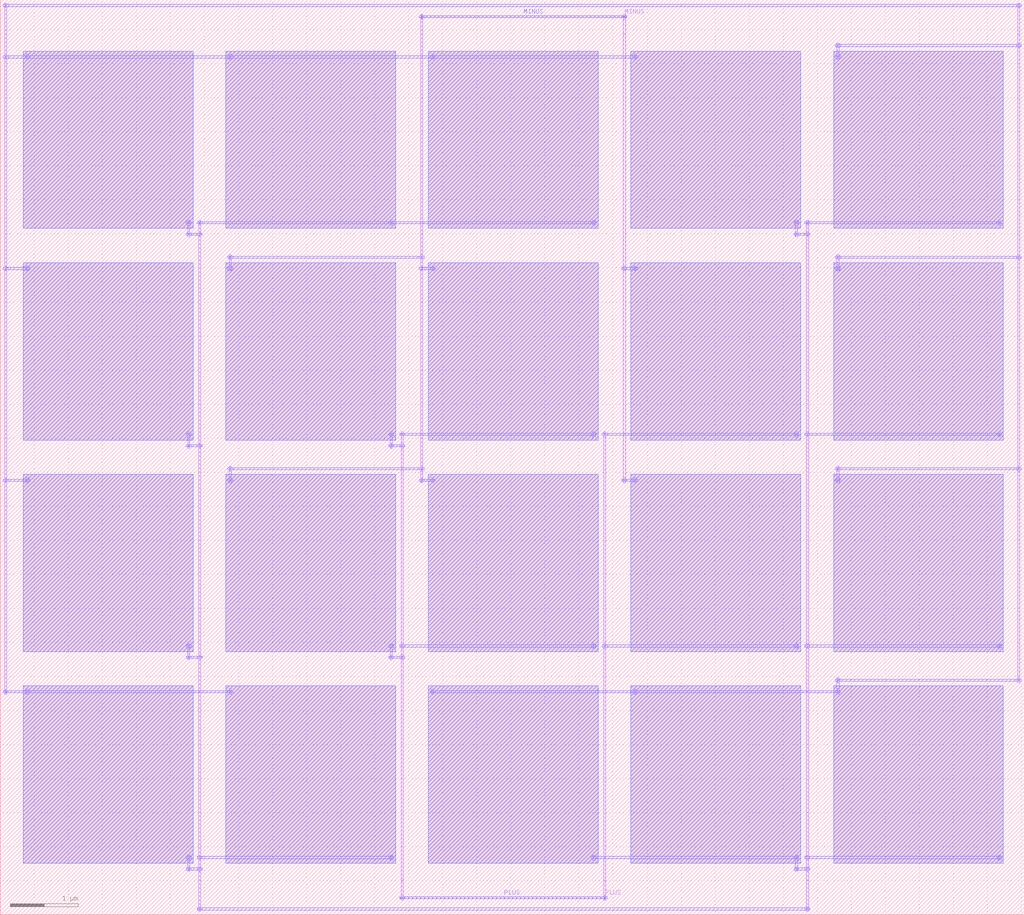
<source format=lef>
MACRO Cap_60fF
  ORIGIN 0 0 ;
  FOREIGN Cap_60fF 0 0 ;
  SIZE 15.04 BY 13.44 ;
  PIN MINUS
    DIRECTION INOUT ;
    USE SIGNAL ;
    PORT 
      LAYER M1 ;
        RECT 6.176 13.152 6.208 13.224 ;
      LAYER M2 ;
        RECT 6.156 13.172 6.228 13.204 ;
      LAYER M1 ;
        RECT 9.152 13.152 9.184 13.224 ;
      LAYER M2 ;
        RECT 9.132 13.172 9.204 13.204 ;
      LAYER M2 ;
        RECT 6.192 13.172 9.168 13.204 ;
    END
  END MINUS
  PIN PLUS
    DIRECTION INOUT ;
    USE SIGNAL ;
    PORT 
      LAYER M1 ;
        RECT 5.888 0.216 5.92 0.288 ;
      LAYER M2 ;
        RECT 5.868 0.236 5.94 0.268 ;
      LAYER M1 ;
        RECT 8.864 0.216 8.896 0.288 ;
      LAYER M2 ;
        RECT 8.844 0.236 8.916 0.268 ;
      LAYER M2 ;
        RECT 5.904 0.236 8.88 0.268 ;
    END
  END PLUS
  OBS 
  LAYER M1 ;
        RECT 8.704 3.912 8.736 3.984 ;
  LAYER M2 ;
        RECT 8.684 3.932 8.756 3.964 ;
  LAYER M2 ;
        RECT 5.904 3.932 8.72 3.964 ;
  LAYER M1 ;
        RECT 5.888 3.912 5.92 3.984 ;
  LAYER M2 ;
        RECT 5.868 3.932 5.94 3.964 ;
  LAYER M1 ;
        RECT 8.704 7.02 8.736 7.092 ;
  LAYER M2 ;
        RECT 8.684 7.04 8.756 7.072 ;
  LAYER M2 ;
        RECT 5.904 7.04 8.72 7.072 ;
  LAYER M1 ;
        RECT 5.888 7.02 5.92 7.092 ;
  LAYER M2 ;
        RECT 5.868 7.04 5.94 7.072 ;
  LAYER M1 ;
        RECT 5.728 3.912 5.76 3.984 ;
  LAYER M2 ;
        RECT 5.708 3.932 5.78 3.964 ;
  LAYER M1 ;
        RECT 5.728 3.78 5.76 3.948 ;
  LAYER M1 ;
        RECT 5.728 3.744 5.76 3.816 ;
  LAYER M2 ;
        RECT 5.708 3.764 5.78 3.796 ;
  LAYER M2 ;
        RECT 5.744 3.764 5.904 3.796 ;
  LAYER M1 ;
        RECT 5.888 3.744 5.92 3.816 ;
  LAYER M2 ;
        RECT 5.868 3.764 5.94 3.796 ;
  LAYER M1 ;
        RECT 5.728 7.02 5.76 7.092 ;
  LAYER M2 ;
        RECT 5.708 7.04 5.78 7.072 ;
  LAYER M1 ;
        RECT 5.728 6.888 5.76 7.056 ;
  LAYER M1 ;
        RECT 5.728 6.852 5.76 6.924 ;
  LAYER M2 ;
        RECT 5.708 6.872 5.78 6.904 ;
  LAYER M2 ;
        RECT 5.744 6.872 5.904 6.904 ;
  LAYER M1 ;
        RECT 5.888 6.852 5.92 6.924 ;
  LAYER M2 ;
        RECT 5.868 6.872 5.94 6.904 ;
  LAYER M1 ;
        RECT 5.888 0.216 5.92 0.288 ;
  LAYER M2 ;
        RECT 5.868 0.236 5.94 0.268 ;
  LAYER M1 ;
        RECT 5.888 0.252 5.92 0.504 ;
  LAYER M1 ;
        RECT 5.888 0.504 5.92 7.056 ;
  LAYER M1 ;
        RECT 11.68 7.02 11.712 7.092 ;
  LAYER M2 ;
        RECT 11.66 7.04 11.732 7.072 ;
  LAYER M2 ;
        RECT 8.88 7.04 11.696 7.072 ;
  LAYER M1 ;
        RECT 8.864 7.02 8.896 7.092 ;
  LAYER M2 ;
        RECT 8.844 7.04 8.916 7.072 ;
  LAYER M1 ;
        RECT 11.68 3.912 11.712 3.984 ;
  LAYER M2 ;
        RECT 11.66 3.932 11.732 3.964 ;
  LAYER M2 ;
        RECT 8.88 3.932 11.696 3.964 ;
  LAYER M1 ;
        RECT 8.864 3.912 8.896 3.984 ;
  LAYER M2 ;
        RECT 8.844 3.932 8.916 3.964 ;
  LAYER M1 ;
        RECT 8.864 0.216 8.896 0.288 ;
  LAYER M2 ;
        RECT 8.844 0.236 8.916 0.268 ;
  LAYER M1 ;
        RECT 8.864 0.252 8.896 0.504 ;
  LAYER M1 ;
        RECT 8.864 0.504 8.896 7.056 ;
  LAYER M2 ;
        RECT 5.904 0.236 8.88 0.268 ;
  LAYER M1 ;
        RECT 2.752 0.804 2.784 0.876 ;
  LAYER M2 ;
        RECT 2.732 0.824 2.804 0.856 ;
  LAYER M1 ;
        RECT 2.752 0.672 2.784 0.84 ;
  LAYER M1 ;
        RECT 2.752 0.636 2.784 0.708 ;
  LAYER M2 ;
        RECT 2.732 0.656 2.804 0.688 ;
  LAYER M2 ;
        RECT 2.768 0.656 2.928 0.688 ;
  LAYER M1 ;
        RECT 2.912 0.636 2.944 0.708 ;
  LAYER M2 ;
        RECT 2.892 0.656 2.964 0.688 ;
  LAYER M1 ;
        RECT 2.752 3.912 2.784 3.984 ;
  LAYER M2 ;
        RECT 2.732 3.932 2.804 3.964 ;
  LAYER M1 ;
        RECT 2.752 3.78 2.784 3.948 ;
  LAYER M1 ;
        RECT 2.752 3.744 2.784 3.816 ;
  LAYER M2 ;
        RECT 2.732 3.764 2.804 3.796 ;
  LAYER M2 ;
        RECT 2.768 3.764 2.928 3.796 ;
  LAYER M1 ;
        RECT 2.912 3.744 2.944 3.816 ;
  LAYER M2 ;
        RECT 2.892 3.764 2.964 3.796 ;
  LAYER M1 ;
        RECT 2.752 7.02 2.784 7.092 ;
  LAYER M2 ;
        RECT 2.732 7.04 2.804 7.072 ;
  LAYER M1 ;
        RECT 2.752 6.888 2.784 7.056 ;
  LAYER M1 ;
        RECT 2.752 6.852 2.784 6.924 ;
  LAYER M2 ;
        RECT 2.732 6.872 2.804 6.904 ;
  LAYER M2 ;
        RECT 2.768 6.872 2.928 6.904 ;
  LAYER M1 ;
        RECT 2.912 6.852 2.944 6.924 ;
  LAYER M2 ;
        RECT 2.892 6.872 2.964 6.904 ;
  LAYER M1 ;
        RECT 2.752 10.128 2.784 10.2 ;
  LAYER M2 ;
        RECT 2.732 10.148 2.804 10.18 ;
  LAYER M1 ;
        RECT 2.752 9.996 2.784 10.164 ;
  LAYER M1 ;
        RECT 2.752 9.96 2.784 10.032 ;
  LAYER M2 ;
        RECT 2.732 9.98 2.804 10.012 ;
  LAYER M2 ;
        RECT 2.768 9.98 2.928 10.012 ;
  LAYER M1 ;
        RECT 2.912 9.96 2.944 10.032 ;
  LAYER M2 ;
        RECT 2.892 9.98 2.964 10.012 ;
  LAYER M1 ;
        RECT 5.728 0.804 5.76 0.876 ;
  LAYER M2 ;
        RECT 5.708 0.824 5.78 0.856 ;
  LAYER M2 ;
        RECT 2.928 0.824 5.744 0.856 ;
  LAYER M1 ;
        RECT 2.912 0.804 2.944 0.876 ;
  LAYER M2 ;
        RECT 2.892 0.824 2.964 0.856 ;
  LAYER M1 ;
        RECT 5.728 10.128 5.76 10.2 ;
  LAYER M2 ;
        RECT 5.708 10.148 5.78 10.18 ;
  LAYER M2 ;
        RECT 2.928 10.148 5.744 10.18 ;
  LAYER M1 ;
        RECT 2.912 10.128 2.944 10.2 ;
  LAYER M2 ;
        RECT 2.892 10.148 2.964 10.18 ;
  LAYER M1 ;
        RECT 2.912 0.048 2.944 0.12 ;
  LAYER M2 ;
        RECT 2.892 0.068 2.964 0.1 ;
  LAYER M1 ;
        RECT 2.912 0.084 2.944 0.504 ;
  LAYER M1 ;
        RECT 2.912 0.504 2.944 10.164 ;
  LAYER M1 ;
        RECT 11.68 0.804 11.712 0.876 ;
  LAYER M2 ;
        RECT 11.66 0.824 11.732 0.856 ;
  LAYER M1 ;
        RECT 11.68 0.672 11.712 0.84 ;
  LAYER M1 ;
        RECT 11.68 0.636 11.712 0.708 ;
  LAYER M2 ;
        RECT 11.66 0.656 11.732 0.688 ;
  LAYER M2 ;
        RECT 11.696 0.656 11.856 0.688 ;
  LAYER M1 ;
        RECT 11.84 0.636 11.872 0.708 ;
  LAYER M2 ;
        RECT 11.82 0.656 11.892 0.688 ;
  LAYER M1 ;
        RECT 11.68 10.128 11.712 10.2 ;
  LAYER M2 ;
        RECT 11.66 10.148 11.732 10.18 ;
  LAYER M1 ;
        RECT 11.68 9.996 11.712 10.164 ;
  LAYER M1 ;
        RECT 11.68 9.96 11.712 10.032 ;
  LAYER M2 ;
        RECT 11.66 9.98 11.732 10.012 ;
  LAYER M2 ;
        RECT 11.696 9.98 11.856 10.012 ;
  LAYER M1 ;
        RECT 11.84 9.96 11.872 10.032 ;
  LAYER M2 ;
        RECT 11.82 9.98 11.892 10.012 ;
  LAYER M1 ;
        RECT 14.656 0.804 14.688 0.876 ;
  LAYER M2 ;
        RECT 14.636 0.824 14.708 0.856 ;
  LAYER M2 ;
        RECT 11.856 0.824 14.672 0.856 ;
  LAYER M1 ;
        RECT 11.84 0.804 11.872 0.876 ;
  LAYER M2 ;
        RECT 11.82 0.824 11.892 0.856 ;
  LAYER M1 ;
        RECT 14.656 3.912 14.688 3.984 ;
  LAYER M2 ;
        RECT 14.636 3.932 14.708 3.964 ;
  LAYER M2 ;
        RECT 11.856 3.932 14.672 3.964 ;
  LAYER M1 ;
        RECT 11.84 3.912 11.872 3.984 ;
  LAYER M2 ;
        RECT 11.82 3.932 11.892 3.964 ;
  LAYER M1 ;
        RECT 14.656 7.02 14.688 7.092 ;
  LAYER M2 ;
        RECT 14.636 7.04 14.708 7.072 ;
  LAYER M2 ;
        RECT 11.856 7.04 14.672 7.072 ;
  LAYER M1 ;
        RECT 11.84 7.02 11.872 7.092 ;
  LAYER M2 ;
        RECT 11.82 7.04 11.892 7.072 ;
  LAYER M1 ;
        RECT 14.656 10.128 14.688 10.2 ;
  LAYER M2 ;
        RECT 14.636 10.148 14.708 10.18 ;
  LAYER M2 ;
        RECT 11.856 10.148 14.672 10.18 ;
  LAYER M1 ;
        RECT 11.84 10.128 11.872 10.2 ;
  LAYER M2 ;
        RECT 11.82 10.148 11.892 10.18 ;
  LAYER M1 ;
        RECT 11.84 0.048 11.872 0.12 ;
  LAYER M2 ;
        RECT 11.82 0.068 11.892 0.1 ;
  LAYER M1 ;
        RECT 11.84 0.084 11.872 0.504 ;
  LAYER M1 ;
        RECT 11.84 0.504 11.872 10.164 ;
  LAYER M2 ;
        RECT 2.928 0.068 11.856 0.1 ;
  LAYER M1 ;
        RECT 8.704 10.128 8.736 10.2 ;
  LAYER M2 ;
        RECT 8.684 10.148 8.756 10.18 ;
  LAYER M2 ;
        RECT 5.744 10.148 8.72 10.18 ;
  LAYER M1 ;
        RECT 5.728 10.128 5.76 10.2 ;
  LAYER M2 ;
        RECT 5.708 10.148 5.78 10.18 ;
  LAYER M1 ;
        RECT 8.704 0.804 8.736 0.876 ;
  LAYER M2 ;
        RECT 8.684 0.824 8.756 0.856 ;
  LAYER M2 ;
        RECT 8.72 0.824 11.696 0.856 ;
  LAYER M1 ;
        RECT 11.68 0.804 11.712 0.876 ;
  LAYER M2 ;
        RECT 11.66 0.824 11.732 0.856 ;
  LAYER M1 ;
        RECT 6.336 6.348 6.368 6.42 ;
  LAYER M2 ;
        RECT 6.316 6.368 6.388 6.4 ;
  LAYER M2 ;
        RECT 6.192 6.368 6.352 6.4 ;
  LAYER M1 ;
        RECT 6.176 6.348 6.208 6.42 ;
  LAYER M2 ;
        RECT 6.156 6.368 6.228 6.4 ;
  LAYER M1 ;
        RECT 6.336 9.456 6.368 9.528 ;
  LAYER M2 ;
        RECT 6.316 9.476 6.388 9.508 ;
  LAYER M2 ;
        RECT 6.192 9.476 6.352 9.508 ;
  LAYER M1 ;
        RECT 6.176 9.456 6.208 9.528 ;
  LAYER M2 ;
        RECT 6.156 9.476 6.228 9.508 ;
  LAYER M1 ;
        RECT 3.36 6.348 3.392 6.42 ;
  LAYER M2 ;
        RECT 3.34 6.368 3.412 6.4 ;
  LAYER M1 ;
        RECT 3.36 6.384 3.392 6.552 ;
  LAYER M1 ;
        RECT 3.36 6.516 3.392 6.588 ;
  LAYER M2 ;
        RECT 3.34 6.536 3.412 6.568 ;
  LAYER M2 ;
        RECT 3.376 6.536 6.192 6.568 ;
  LAYER M1 ;
        RECT 6.176 6.516 6.208 6.588 ;
  LAYER M2 ;
        RECT 6.156 6.536 6.228 6.568 ;
  LAYER M1 ;
        RECT 3.36 9.456 3.392 9.528 ;
  LAYER M2 ;
        RECT 3.34 9.476 3.412 9.508 ;
  LAYER M1 ;
        RECT 3.36 9.492 3.392 9.66 ;
  LAYER M1 ;
        RECT 3.36 9.624 3.392 9.696 ;
  LAYER M2 ;
        RECT 3.34 9.644 3.412 9.676 ;
  LAYER M2 ;
        RECT 3.376 9.644 6.192 9.676 ;
  LAYER M1 ;
        RECT 6.176 9.624 6.208 9.696 ;
  LAYER M2 ;
        RECT 6.156 9.644 6.228 9.676 ;
  LAYER M1 ;
        RECT 6.176 13.152 6.208 13.224 ;
  LAYER M2 ;
        RECT 6.156 13.172 6.228 13.204 ;
  LAYER M1 ;
        RECT 6.176 12.936 6.208 13.188 ;
  LAYER M1 ;
        RECT 6.176 6.384 6.208 12.936 ;
  LAYER M1 ;
        RECT 9.312 9.456 9.344 9.528 ;
  LAYER M2 ;
        RECT 9.292 9.476 9.364 9.508 ;
  LAYER M2 ;
        RECT 9.168 9.476 9.328 9.508 ;
  LAYER M1 ;
        RECT 9.152 9.456 9.184 9.528 ;
  LAYER M2 ;
        RECT 9.132 9.476 9.204 9.508 ;
  LAYER M1 ;
        RECT 9.312 6.348 9.344 6.42 ;
  LAYER M2 ;
        RECT 9.292 6.368 9.364 6.4 ;
  LAYER M2 ;
        RECT 9.168 6.368 9.328 6.4 ;
  LAYER M1 ;
        RECT 9.152 6.348 9.184 6.42 ;
  LAYER M2 ;
        RECT 9.132 6.368 9.204 6.4 ;
  LAYER M1 ;
        RECT 9.152 13.152 9.184 13.224 ;
  LAYER M2 ;
        RECT 9.132 13.172 9.204 13.204 ;
  LAYER M1 ;
        RECT 9.152 12.936 9.184 13.188 ;
  LAYER M1 ;
        RECT 9.152 6.384 9.184 12.936 ;
  LAYER M2 ;
        RECT 6.192 13.172 9.168 13.204 ;
  LAYER M1 ;
        RECT 0.384 3.24 0.416 3.312 ;
  LAYER M2 ;
        RECT 0.364 3.26 0.436 3.292 ;
  LAYER M2 ;
        RECT 0.08 3.26 0.4 3.292 ;
  LAYER M1 ;
        RECT 0.064 3.24 0.096 3.312 ;
  LAYER M2 ;
        RECT 0.044 3.26 0.116 3.292 ;
  LAYER M1 ;
        RECT 0.384 6.348 0.416 6.42 ;
  LAYER M2 ;
        RECT 0.364 6.368 0.436 6.4 ;
  LAYER M2 ;
        RECT 0.08 6.368 0.4 6.4 ;
  LAYER M1 ;
        RECT 0.064 6.348 0.096 6.42 ;
  LAYER M2 ;
        RECT 0.044 6.368 0.116 6.4 ;
  LAYER M1 ;
        RECT 0.384 9.456 0.416 9.528 ;
  LAYER M2 ;
        RECT 0.364 9.476 0.436 9.508 ;
  LAYER M2 ;
        RECT 0.08 9.476 0.4 9.508 ;
  LAYER M1 ;
        RECT 0.064 9.456 0.096 9.528 ;
  LAYER M2 ;
        RECT 0.044 9.476 0.116 9.508 ;
  LAYER M1 ;
        RECT 0.384 12.564 0.416 12.636 ;
  LAYER M2 ;
        RECT 0.364 12.584 0.436 12.616 ;
  LAYER M2 ;
        RECT 0.08 12.584 0.4 12.616 ;
  LAYER M1 ;
        RECT 0.064 12.564 0.096 12.636 ;
  LAYER M2 ;
        RECT 0.044 12.584 0.116 12.616 ;
  LAYER M1 ;
        RECT 0.064 13.32 0.096 13.392 ;
  LAYER M2 ;
        RECT 0.044 13.34 0.116 13.372 ;
  LAYER M1 ;
        RECT 0.064 12.936 0.096 13.356 ;
  LAYER M1 ;
        RECT 0.064 3.276 0.096 12.936 ;
  LAYER M1 ;
        RECT 12.288 3.24 12.32 3.312 ;
  LAYER M2 ;
        RECT 12.268 3.26 12.34 3.292 ;
  LAYER M1 ;
        RECT 12.288 3.276 12.32 3.444 ;
  LAYER M1 ;
        RECT 12.288 3.408 12.32 3.48 ;
  LAYER M2 ;
        RECT 12.268 3.428 12.34 3.46 ;
  LAYER M2 ;
        RECT 12.304 3.428 14.96 3.46 ;
  LAYER M1 ;
        RECT 14.944 3.408 14.976 3.48 ;
  LAYER M2 ;
        RECT 14.924 3.428 14.996 3.46 ;
  LAYER M1 ;
        RECT 12.288 6.348 12.32 6.42 ;
  LAYER M2 ;
        RECT 12.268 6.368 12.34 6.4 ;
  LAYER M1 ;
        RECT 12.288 6.384 12.32 6.552 ;
  LAYER M1 ;
        RECT 12.288 6.516 12.32 6.588 ;
  LAYER M2 ;
        RECT 12.268 6.536 12.34 6.568 ;
  LAYER M2 ;
        RECT 12.304 6.536 14.96 6.568 ;
  LAYER M1 ;
        RECT 14.944 6.516 14.976 6.588 ;
  LAYER M2 ;
        RECT 14.924 6.536 14.996 6.568 ;
  LAYER M1 ;
        RECT 12.288 9.456 12.32 9.528 ;
  LAYER M2 ;
        RECT 12.268 9.476 12.34 9.508 ;
  LAYER M1 ;
        RECT 12.288 9.492 12.32 9.66 ;
  LAYER M1 ;
        RECT 12.288 9.624 12.32 9.696 ;
  LAYER M2 ;
        RECT 12.268 9.644 12.34 9.676 ;
  LAYER M2 ;
        RECT 12.304 9.644 14.96 9.676 ;
  LAYER M1 ;
        RECT 14.944 9.624 14.976 9.696 ;
  LAYER M2 ;
        RECT 14.924 9.644 14.996 9.676 ;
  LAYER M1 ;
        RECT 12.288 12.564 12.32 12.636 ;
  LAYER M2 ;
        RECT 12.268 12.584 12.34 12.616 ;
  LAYER M1 ;
        RECT 12.288 12.6 12.32 12.768 ;
  LAYER M1 ;
        RECT 12.288 12.732 12.32 12.804 ;
  LAYER M2 ;
        RECT 12.268 12.752 12.34 12.784 ;
  LAYER M2 ;
        RECT 12.304 12.752 14.96 12.784 ;
  LAYER M1 ;
        RECT 14.944 12.732 14.976 12.804 ;
  LAYER M2 ;
        RECT 14.924 12.752 14.996 12.784 ;
  LAYER M1 ;
        RECT 14.944 13.32 14.976 13.392 ;
  LAYER M2 ;
        RECT 14.924 13.34 14.996 13.372 ;
  LAYER M1 ;
        RECT 14.944 12.936 14.976 13.356 ;
  LAYER M1 ;
        RECT 14.944 3.444 14.976 12.936 ;
  LAYER M2 ;
        RECT 0.08 13.34 14.96 13.372 ;
  LAYER M1 ;
        RECT 3.36 3.24 3.392 3.312 ;
  LAYER M2 ;
        RECT 3.34 3.26 3.412 3.292 ;
  LAYER M2 ;
        RECT 0.4 3.26 3.376 3.292 ;
  LAYER M1 ;
        RECT 0.384 3.24 0.416 3.312 ;
  LAYER M2 ;
        RECT 0.364 3.26 0.436 3.292 ;
  LAYER M1 ;
        RECT 3.36 12.564 3.392 12.636 ;
  LAYER M2 ;
        RECT 3.34 12.584 3.412 12.616 ;
  LAYER M2 ;
        RECT 0.4 12.584 3.376 12.616 ;
  LAYER M1 ;
        RECT 0.384 12.564 0.416 12.636 ;
  LAYER M2 ;
        RECT 0.364 12.584 0.436 12.616 ;
  LAYER M1 ;
        RECT 6.336 12.564 6.368 12.636 ;
  LAYER M2 ;
        RECT 6.316 12.584 6.388 12.616 ;
  LAYER M2 ;
        RECT 3.376 12.584 6.352 12.616 ;
  LAYER M1 ;
        RECT 3.36 12.564 3.392 12.636 ;
  LAYER M2 ;
        RECT 3.34 12.584 3.412 12.616 ;
  LAYER M1 ;
        RECT 9.312 12.564 9.344 12.636 ;
  LAYER M2 ;
        RECT 9.292 12.584 9.364 12.616 ;
  LAYER M2 ;
        RECT 6.352 12.584 9.328 12.616 ;
  LAYER M1 ;
        RECT 6.336 12.564 6.368 12.636 ;
  LAYER M2 ;
        RECT 6.316 12.584 6.388 12.616 ;
  LAYER M1 ;
        RECT 9.312 3.24 9.344 3.312 ;
  LAYER M2 ;
        RECT 9.292 3.26 9.364 3.292 ;
  LAYER M2 ;
        RECT 9.328 3.26 12.304 3.292 ;
  LAYER M1 ;
        RECT 12.288 3.24 12.32 3.312 ;
  LAYER M2 ;
        RECT 12.268 3.26 12.34 3.292 ;
  LAYER M1 ;
        RECT 6.336 3.24 6.368 3.312 ;
  LAYER M2 ;
        RECT 6.316 3.26 6.388 3.292 ;
  LAYER M2 ;
        RECT 6.352 3.26 9.328 3.292 ;
  LAYER M1 ;
        RECT 9.312 3.24 9.344 3.312 ;
  LAYER M2 ;
        RECT 9.292 3.26 9.364 3.292 ;
  LAYER M1 ;
        RECT 0.336 0.756 2.832 3.36 ;
  LAYER M3 ;
        RECT 0.336 0.756 2.832 3.36 ;
  LAYER M2 ;
        RECT 0.336 0.756 2.832 3.36 ;
  LAYER M1 ;
        RECT 0.336 3.864 2.832 6.468 ;
  LAYER M3 ;
        RECT 0.336 3.864 2.832 6.468 ;
  LAYER M2 ;
        RECT 0.336 3.864 2.832 6.468 ;
  LAYER M1 ;
        RECT 0.336 6.972 2.832 9.576 ;
  LAYER M3 ;
        RECT 0.336 6.972 2.832 9.576 ;
  LAYER M2 ;
        RECT 0.336 6.972 2.832 9.576 ;
  LAYER M1 ;
        RECT 0.336 10.08 2.832 12.684 ;
  LAYER M3 ;
        RECT 0.336 10.08 2.832 12.684 ;
  LAYER M2 ;
        RECT 0.336 10.08 2.832 12.684 ;
  LAYER M1 ;
        RECT 3.312 0.756 5.808 3.36 ;
  LAYER M3 ;
        RECT 3.312 0.756 5.808 3.36 ;
  LAYER M2 ;
        RECT 3.312 0.756 5.808 3.36 ;
  LAYER M1 ;
        RECT 3.312 3.864 5.808 6.468 ;
  LAYER M3 ;
        RECT 3.312 3.864 5.808 6.468 ;
  LAYER M2 ;
        RECT 3.312 3.864 5.808 6.468 ;
  LAYER M1 ;
        RECT 3.312 6.972 5.808 9.576 ;
  LAYER M3 ;
        RECT 3.312 6.972 5.808 9.576 ;
  LAYER M2 ;
        RECT 3.312 6.972 5.808 9.576 ;
  LAYER M1 ;
        RECT 3.312 10.08 5.808 12.684 ;
  LAYER M3 ;
        RECT 3.312 10.08 5.808 12.684 ;
  LAYER M2 ;
        RECT 3.312 10.08 5.808 12.684 ;
  LAYER M1 ;
        RECT 6.288 0.756 8.784 3.36 ;
  LAYER M3 ;
        RECT 6.288 0.756 8.784 3.36 ;
  LAYER M2 ;
        RECT 6.288 0.756 8.784 3.36 ;
  LAYER M1 ;
        RECT 6.288 3.864 8.784 6.468 ;
  LAYER M3 ;
        RECT 6.288 3.864 8.784 6.468 ;
  LAYER M2 ;
        RECT 6.288 3.864 8.784 6.468 ;
  LAYER M1 ;
        RECT 6.288 6.972 8.784 9.576 ;
  LAYER M3 ;
        RECT 6.288 6.972 8.784 9.576 ;
  LAYER M2 ;
        RECT 6.288 6.972 8.784 9.576 ;
  LAYER M1 ;
        RECT 6.288 10.08 8.784 12.684 ;
  LAYER M3 ;
        RECT 6.288 10.08 8.784 12.684 ;
  LAYER M2 ;
        RECT 6.288 10.08 8.784 12.684 ;
  LAYER M1 ;
        RECT 9.264 0.756 11.76 3.36 ;
  LAYER M3 ;
        RECT 9.264 0.756 11.76 3.36 ;
  LAYER M2 ;
        RECT 9.264 0.756 11.76 3.36 ;
  LAYER M1 ;
        RECT 9.264 3.864 11.76 6.468 ;
  LAYER M3 ;
        RECT 9.264 3.864 11.76 6.468 ;
  LAYER M2 ;
        RECT 9.264 3.864 11.76 6.468 ;
  LAYER M1 ;
        RECT 9.264 6.972 11.76 9.576 ;
  LAYER M3 ;
        RECT 9.264 6.972 11.76 9.576 ;
  LAYER M2 ;
        RECT 9.264 6.972 11.76 9.576 ;
  LAYER M1 ;
        RECT 9.264 10.08 11.76 12.684 ;
  LAYER M3 ;
        RECT 9.264 10.08 11.76 12.684 ;
  LAYER M2 ;
        RECT 9.264 10.08 11.76 12.684 ;
  LAYER M1 ;
        RECT 12.24 0.756 14.736 3.36 ;
  LAYER M3 ;
        RECT 12.24 0.756 14.736 3.36 ;
  LAYER M2 ;
        RECT 12.24 0.756 14.736 3.36 ;
  LAYER M1 ;
        RECT 12.24 3.864 14.736 6.468 ;
  LAYER M3 ;
        RECT 12.24 3.864 14.736 6.468 ;
  LAYER M2 ;
        RECT 12.24 3.864 14.736 6.468 ;
  LAYER M1 ;
        RECT 12.24 6.972 14.736 9.576 ;
  LAYER M3 ;
        RECT 12.24 6.972 14.736 9.576 ;
  LAYER M2 ;
        RECT 12.24 6.972 14.736 9.576 ;
  LAYER M1 ;
        RECT 12.24 10.08 14.736 12.684 ;
  LAYER M3 ;
        RECT 12.24 10.08 14.736 12.684 ;
  LAYER M2 ;
        RECT 12.24 10.08 14.736 12.684 ;
  END 
END Cap_60fF

</source>
